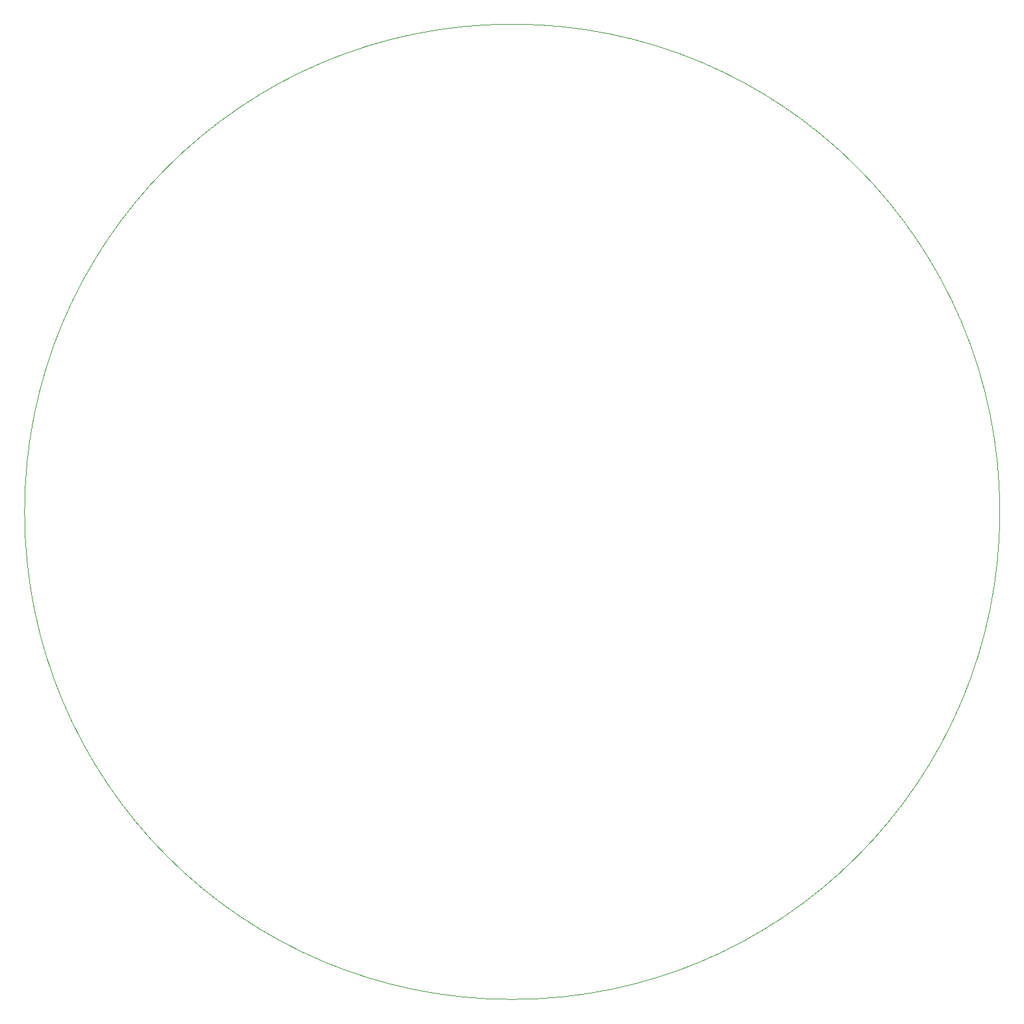
<source format=gbr>
%TF.GenerationSoftware,KiCad,Pcbnew,8.0.8*%
%TF.CreationDate,2025-04-28T03:19:26-05:00*%
%TF.ProjectId,TBA_PCB,5442415f-5043-4422-9e6b-696361645f70,rev?*%
%TF.SameCoordinates,Original*%
%TF.FileFunction,Profile,NP*%
%FSLAX46Y46*%
G04 Gerber Fmt 4.6, Leading zero omitted, Abs format (unit mm)*
G04 Created by KiCad (PCBNEW 8.0.8) date 2025-04-28 03:19:26*
%MOMM*%
%LPD*%
G01*
G04 APERTURE LIST*
%TA.AperFunction,Profile*%
%ADD10C,0.050000*%
%TD*%
G04 APERTURE END LIST*
D10*
X176800000Y-100000000D02*
G75*
G02*
X49800000Y-100000000I-63500000J0D01*
G01*
X49800000Y-100000000D02*
G75*
G02*
X176800000Y-100000000I63500000J0D01*
G01*
M02*

</source>
